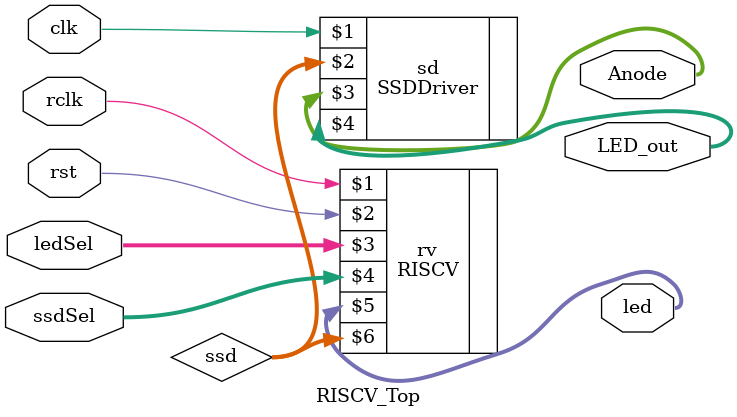
<source format=v>

`timescale 1ns/1ns

module RISCV_Top (
    input clk, 
    input rclk, 
    input rst, 
    input [1:0] ledSel, 
    input [3:0] ssdSel,
    output [15:0] led, 
    output [0:3] Anode, 
    output [6:0] LED_out
);
    wire [12:0] ssd;
    RISCV rv(rclk,rst,ledSel,ssdSel,led,ssd);
    SSDDriver sd(clk,ssd,Anode,LED_out);
endmodule
</source>
